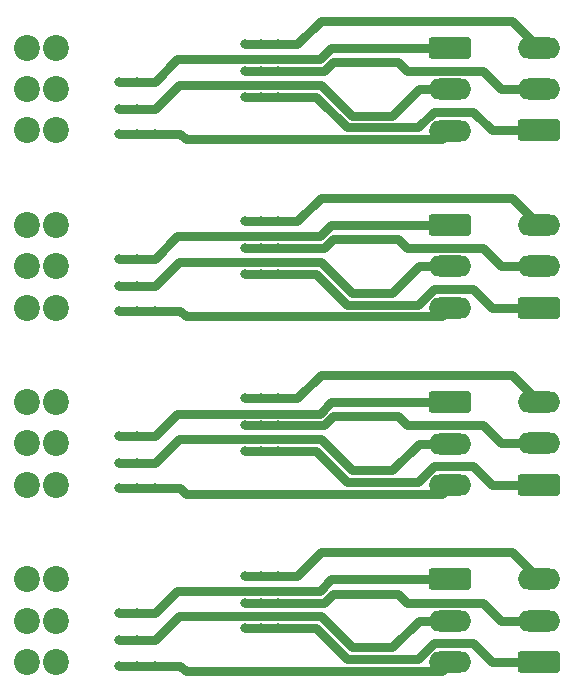
<source format=gbr>
%TF.GenerationSoftware,KiCad,Pcbnew,8.0.2*%
%TF.CreationDate,2025-01-20T22:03:02+01:00*%
%TF.ProjectId,Mk2-relayExtension,4d6b322d-7265-46c6-9179-457874656e73,rev?*%
%TF.SameCoordinates,Original*%
%TF.FileFunction,Copper,L2,Bot*%
%TF.FilePolarity,Positive*%
%FSLAX46Y46*%
G04 Gerber Fmt 4.6, Leading zero omitted, Abs format (unit mm)*
G04 Created by KiCad (PCBNEW 8.0.2) date 2025-01-20 22:03:02*
%MOMM*%
%LPD*%
G01*
G04 APERTURE LIST*
G04 Aperture macros list*
%AMRoundRect*
0 Rectangle with rounded corners*
0 $1 Rounding radius*
0 $2 $3 $4 $5 $6 $7 $8 $9 X,Y pos of 4 corners*
0 Add a 4 corners polygon primitive as box body*
4,1,4,$2,$3,$4,$5,$6,$7,$8,$9,$2,$3,0*
0 Add four circle primitives for the rounded corners*
1,1,$1+$1,$2,$3*
1,1,$1+$1,$4,$5*
1,1,$1+$1,$6,$7*
1,1,$1+$1,$8,$9*
0 Add four rect primitives between the rounded corners*
20,1,$1+$1,$2,$3,$4,$5,0*
20,1,$1+$1,$4,$5,$6,$7,0*
20,1,$1+$1,$6,$7,$8,$9,0*
20,1,$1+$1,$8,$9,$2,$3,0*%
G04 Aperture macros list end*
%TA.AperFunction,ComponentPad*%
%ADD10RoundRect,0.250000X-1.550000X0.650000X-1.550000X-0.650000X1.550000X-0.650000X1.550000X0.650000X0*%
%TD*%
%TA.AperFunction,ComponentPad*%
%ADD11O,3.600000X1.800000*%
%TD*%
%TA.AperFunction,ComponentPad*%
%ADD12RoundRect,0.250000X1.550000X-0.650000X1.550000X0.650000X-1.550000X0.650000X-1.550000X-0.650000X0*%
%TD*%
%TA.AperFunction,ComponentPad*%
%ADD13C,2.200000*%
%TD*%
%TA.AperFunction,ViaPad*%
%ADD14C,0.800000*%
%TD*%
%TA.AperFunction,Conductor*%
%ADD15C,0.800000*%
%TD*%
G04 APERTURE END LIST*
D10*
%TO.P,J12,1,Pin_1*%
%TO.N,Net-(J12-Pin_1)*%
X143357500Y-90017500D03*
D11*
%TO.P,J12,2,Pin_2*%
%TO.N,Net-(J12-Pin_2)*%
X143357500Y-93517500D03*
%TO.P,J12,3,Pin_3*%
%TO.N,Net-(J12-Pin_3)*%
X143357500Y-97017500D03*
%TD*%
D12*
%TO.P,J11,1,Pin_1*%
%TO.N,Net-(J11-Pin_1)*%
X150857500Y-97000000D03*
D11*
%TO.P,J11,2,Pin_2*%
%TO.N,Net-(J11-Pin_2)*%
X150857500Y-93500000D03*
%TO.P,J11,3,Pin_3*%
%TO.N,Net-(J11-Pin_3)*%
X150857500Y-90000000D03*
%TD*%
D13*
%TO.P,J10,1,Pin_1*%
%TO.N,/relay4/Coil2*%
X110000000Y-97000000D03*
X107500000Y-97000000D03*
%TO.P,J10,2,Pin_2*%
%TO.N,+12V*%
X110000000Y-93500000D03*
X107500000Y-93500000D03*
%TO.P,J10,3,Pin_3*%
%TO.N,/relay4/Coil1*%
X110000000Y-90000000D03*
X107500000Y-90000000D03*
%TD*%
D10*
%TO.P,J9,1,Pin_1*%
%TO.N,Net-(J9-Pin_1)*%
X143357500Y-75017500D03*
D11*
%TO.P,J9,2,Pin_2*%
%TO.N,Net-(J9-Pin_2)*%
X143357500Y-78517500D03*
%TO.P,J9,3,Pin_3*%
%TO.N,Net-(J9-Pin_3)*%
X143357500Y-82017500D03*
%TD*%
D12*
%TO.P,J8,1,Pin_1*%
%TO.N,Net-(J8-Pin_1)*%
X150857500Y-82000000D03*
D11*
%TO.P,J8,2,Pin_2*%
%TO.N,Net-(J8-Pin_2)*%
X150857500Y-78500000D03*
%TO.P,J8,3,Pin_3*%
%TO.N,Net-(J8-Pin_3)*%
X150857500Y-75000000D03*
%TD*%
D13*
%TO.P,J7,1,Pin_1*%
%TO.N,/relay3/Coil2*%
X110000000Y-82000000D03*
X107500000Y-82000000D03*
%TO.P,J7,2,Pin_2*%
%TO.N,+12V*%
X110000000Y-78500000D03*
X107500000Y-78500000D03*
%TO.P,J7,3,Pin_3*%
%TO.N,/relay3/Coil1*%
X110000000Y-75000000D03*
X107500000Y-75000000D03*
%TD*%
D10*
%TO.P,J6,1,Pin_1*%
%TO.N,Net-(J6-Pin_1)*%
X143357500Y-45017500D03*
D11*
%TO.P,J6,2,Pin_2*%
%TO.N,Net-(J6-Pin_2)*%
X143357500Y-48517500D03*
%TO.P,J6,3,Pin_3*%
%TO.N,Net-(J6-Pin_3)*%
X143357500Y-52017500D03*
%TD*%
D12*
%TO.P,J3,1,Pin_1*%
%TO.N,Net-(J3-Pin_1)*%
X150857500Y-52000000D03*
D11*
%TO.P,J3,2,Pin_2*%
%TO.N,Net-(J3-Pin_2)*%
X150857500Y-48500000D03*
%TO.P,J3,3,Pin_3*%
%TO.N,Net-(J3-Pin_3)*%
X150857500Y-45000000D03*
%TD*%
D13*
%TO.P,J2,1,Pin_1*%
%TO.N,/relay2/Coil2*%
X110000000Y-52000000D03*
X107500000Y-52000000D03*
%TO.P,J2,2,Pin_2*%
%TO.N,+12V*%
X110000000Y-48500000D03*
X107500000Y-48500000D03*
%TO.P,J2,3,Pin_3*%
%TO.N,/relay2/Coil1*%
X110000000Y-45000000D03*
X107500000Y-45000000D03*
%TD*%
D12*
%TO.P,J4,1,Pin_1*%
%TO.N,Net-(J4-Pin_1)*%
X150857500Y-67000000D03*
D11*
%TO.P,J4,2,Pin_2*%
%TO.N,Net-(J4-Pin_2)*%
X150857500Y-63500000D03*
%TO.P,J4,3,Pin_3*%
%TO.N,Net-(J4-Pin_3)*%
X150857500Y-60000000D03*
%TD*%
D13*
%TO.P,J1,1,Pin_1*%
%TO.N,/relay1/Coil2*%
X110000000Y-67000000D03*
X107500000Y-67000000D03*
%TO.P,J1,2,Pin_2*%
%TO.N,+12V*%
X110000000Y-63500000D03*
X107500000Y-63500000D03*
%TO.P,J1,3,Pin_3*%
%TO.N,/relay1/Coil1*%
X110000000Y-60000000D03*
X107500000Y-60000000D03*
%TD*%
D10*
%TO.P,J5,1,Pin_1*%
%TO.N,Net-(J5-Pin_1)*%
X143357500Y-60017500D03*
D11*
%TO.P,J5,2,Pin_2*%
%TO.N,Net-(J5-Pin_2)*%
X143357500Y-63517500D03*
%TO.P,J5,3,Pin_3*%
%TO.N,Net-(J5-Pin_3)*%
X143357500Y-67017500D03*
%TD*%
D14*
%TO.N,Net-(J12-Pin_3)*%
X118364000Y-97310000D03*
X116840000Y-97310000D03*
X115316000Y-97310000D03*
%TO.N,Net-(J12-Pin_1)*%
X115316000Y-92865000D03*
X118364000Y-92865000D03*
X116840000Y-92865000D03*
%TO.N,Net-(J12-Pin_2)*%
X115316000Y-95151000D03*
X118364000Y-95151000D03*
X116840000Y-95151000D03*
%TO.N,Net-(J11-Pin_3)*%
X127381000Y-89690000D03*
X125984000Y-89690000D03*
X128778000Y-89690000D03*
%TO.N,Net-(J11-Pin_1)*%
X128778000Y-94135000D03*
X127381000Y-94135000D03*
X125984000Y-94135000D03*
%TO.N,Net-(J11-Pin_2)*%
X128778000Y-91976000D03*
X125984000Y-91976000D03*
X127381000Y-91976000D03*
%TO.N,Net-(J9-Pin_3)*%
X118364000Y-82310000D03*
X116840000Y-82310000D03*
X115316000Y-82310000D03*
%TO.N,Net-(J9-Pin_1)*%
X115316000Y-77865000D03*
X118364000Y-77865000D03*
X116840000Y-77865000D03*
%TO.N,Net-(J9-Pin_2)*%
X115316000Y-80151000D03*
X118364000Y-80151000D03*
X116840000Y-80151000D03*
%TO.N,Net-(J8-Pin_3)*%
X127381000Y-74690000D03*
X125984000Y-74690000D03*
X128778000Y-74690000D03*
%TO.N,Net-(J8-Pin_1)*%
X128778000Y-79135000D03*
X127381000Y-79135000D03*
X125984000Y-79135000D03*
%TO.N,Net-(J8-Pin_2)*%
X128778000Y-76976000D03*
X125984000Y-76976000D03*
X127381000Y-76976000D03*
%TO.N,Net-(J6-Pin_3)*%
X118364000Y-52310000D03*
X116840000Y-52310000D03*
X115316000Y-52310000D03*
%TO.N,Net-(J6-Pin_1)*%
X115316000Y-47865000D03*
X118364000Y-47865000D03*
X116840000Y-47865000D03*
%TO.N,Net-(J6-Pin_2)*%
X115316000Y-50151000D03*
X118364000Y-50151000D03*
X116840000Y-50151000D03*
%TO.N,Net-(J3-Pin_3)*%
X127381000Y-44690000D03*
X125984000Y-44690000D03*
X128778000Y-44690000D03*
%TO.N,Net-(J3-Pin_1)*%
X128778000Y-49135000D03*
X127381000Y-49135000D03*
X125984000Y-49135000D03*
%TO.N,Net-(J3-Pin_2)*%
X128778000Y-46976000D03*
X125984000Y-46976000D03*
X127381000Y-46976000D03*
%TO.N,Net-(J4-Pin_2)*%
X127381000Y-61976000D03*
X125984000Y-61976000D03*
X128778000Y-61976000D03*
%TO.N,Net-(J4-Pin_1)*%
X125984000Y-64135000D03*
X127381000Y-64135000D03*
X128778000Y-64135000D03*
%TO.N,Net-(J4-Pin_3)*%
X128778000Y-59690000D03*
X125984000Y-59690000D03*
X127381000Y-59690000D03*
%TO.N,Net-(J5-Pin_2)*%
X116840000Y-65151000D03*
X118364000Y-65151000D03*
X115316000Y-65151000D03*
%TO.N,Net-(J5-Pin_1)*%
X116840000Y-62865000D03*
X118364000Y-62865000D03*
X115316000Y-62865000D03*
%TO.N,Net-(J5-Pin_3)*%
X115316000Y-67310000D03*
X116840000Y-67310000D03*
X118364000Y-67310000D03*
%TD*%
D15*
%TO.N,Net-(J12-Pin_3)*%
X120963000Y-97750000D02*
X142625000Y-97750000D01*
X115316000Y-97310000D02*
X120523000Y-97310000D01*
X142625000Y-97750000D02*
X143357500Y-97017500D01*
X120523000Y-97310000D02*
X120963000Y-97750000D01*
%TO.N,Net-(J12-Pin_1)*%
X115316000Y-92865000D02*
X118364000Y-92865000D01*
X133259286Y-90017500D02*
X143357500Y-90017500D01*
X132300786Y-90976000D02*
X133259286Y-90017500D01*
X120253000Y-90976000D02*
X132300786Y-90976000D01*
X118364000Y-92865000D02*
X120253000Y-90976000D01*
%TO.N,Net-(J12-Pin_2)*%
X120380000Y-93135000D02*
X132453019Y-93135000D01*
X115316000Y-95151000D02*
X118364000Y-95151000D01*
X135068019Y-95750000D02*
X138466000Y-95750000D01*
X140698500Y-93517500D02*
X143357500Y-93517500D01*
X118364000Y-95151000D02*
X120380000Y-93135000D01*
X138466000Y-95750000D02*
X140698500Y-93517500D01*
X132453019Y-93135000D02*
X135068019Y-95750000D01*
%TO.N,Net-(J11-Pin_3)*%
X130429000Y-89690000D02*
X132419000Y-87700000D01*
X148557500Y-87700000D02*
X150857500Y-90000000D01*
X125984000Y-89690000D02*
X130429000Y-89690000D01*
X132419000Y-87700000D02*
X148557500Y-87700000D01*
%TO.N,Net-(J11-Pin_1)*%
X125984000Y-94135000D02*
X128778000Y-94135000D01*
X146883000Y-97000000D02*
X150857500Y-97000000D01*
X134653805Y-96750000D02*
X140603680Y-96750000D01*
X141948680Y-95405000D02*
X145288000Y-95405000D01*
X140603680Y-96750000D02*
X141948680Y-95405000D01*
X145288000Y-95405000D02*
X146883000Y-97000000D01*
X132038805Y-94135000D02*
X134653805Y-96750000D01*
X128778000Y-94135000D02*
X132038805Y-94135000D01*
%TO.N,Net-(J11-Pin_2)*%
X132715000Y-91976000D02*
X133477000Y-91214000D01*
X128778000Y-91976000D02*
X132715000Y-91976000D01*
X138938000Y-91214000D02*
X139700000Y-91976000D01*
X133477000Y-91214000D02*
X138938000Y-91214000D01*
X139700000Y-91976000D02*
X146177000Y-91976000D01*
X147701000Y-93500000D02*
X150857500Y-93500000D01*
X146177000Y-91976000D02*
X147701000Y-93500000D01*
X125984000Y-91976000D02*
X128778000Y-91976000D01*
%TO.N,Net-(J9-Pin_3)*%
X120963000Y-82750000D02*
X142625000Y-82750000D01*
X115316000Y-82310000D02*
X120523000Y-82310000D01*
X142625000Y-82750000D02*
X143357500Y-82017500D01*
X120523000Y-82310000D02*
X120963000Y-82750000D01*
%TO.N,Net-(J9-Pin_1)*%
X115316000Y-77865000D02*
X118364000Y-77865000D01*
X133259286Y-75017500D02*
X143357500Y-75017500D01*
X132300786Y-75976000D02*
X133259286Y-75017500D01*
X120253000Y-75976000D02*
X132300786Y-75976000D01*
X118364000Y-77865000D02*
X120253000Y-75976000D01*
%TO.N,Net-(J9-Pin_2)*%
X120380000Y-78135000D02*
X132453019Y-78135000D01*
X115316000Y-80151000D02*
X118364000Y-80151000D01*
X135068019Y-80750000D02*
X138466000Y-80750000D01*
X140698500Y-78517500D02*
X143357500Y-78517500D01*
X118364000Y-80151000D02*
X120380000Y-78135000D01*
X138466000Y-80750000D02*
X140698500Y-78517500D01*
X132453019Y-78135000D02*
X135068019Y-80750000D01*
%TO.N,Net-(J8-Pin_3)*%
X130429000Y-74690000D02*
X132419000Y-72700000D01*
X148557500Y-72700000D02*
X150857500Y-75000000D01*
X125984000Y-74690000D02*
X130429000Y-74690000D01*
X132419000Y-72700000D02*
X148557500Y-72700000D01*
%TO.N,Net-(J8-Pin_1)*%
X125984000Y-79135000D02*
X128778000Y-79135000D01*
X146883000Y-82000000D02*
X150857500Y-82000000D01*
X134653805Y-81750000D02*
X140603680Y-81750000D01*
X141948680Y-80405000D02*
X145288000Y-80405000D01*
X140603680Y-81750000D02*
X141948680Y-80405000D01*
X145288000Y-80405000D02*
X146883000Y-82000000D01*
X132038805Y-79135000D02*
X134653805Y-81750000D01*
X128778000Y-79135000D02*
X132038805Y-79135000D01*
%TO.N,Net-(J8-Pin_2)*%
X132715000Y-76976000D02*
X133477000Y-76214000D01*
X128778000Y-76976000D02*
X132715000Y-76976000D01*
X138938000Y-76214000D02*
X139700000Y-76976000D01*
X133477000Y-76214000D02*
X138938000Y-76214000D01*
X139700000Y-76976000D02*
X146177000Y-76976000D01*
X147701000Y-78500000D02*
X150857500Y-78500000D01*
X146177000Y-76976000D02*
X147701000Y-78500000D01*
X125984000Y-76976000D02*
X128778000Y-76976000D01*
%TO.N,Net-(J6-Pin_3)*%
X120963000Y-52750000D02*
X142625000Y-52750000D01*
X115316000Y-52310000D02*
X120523000Y-52310000D01*
X142625000Y-52750000D02*
X143357500Y-52017500D01*
X120523000Y-52310000D02*
X120963000Y-52750000D01*
%TO.N,Net-(J6-Pin_1)*%
X115316000Y-47865000D02*
X118364000Y-47865000D01*
X133259286Y-45017500D02*
X143357500Y-45017500D01*
X132300786Y-45976000D02*
X133259286Y-45017500D01*
X120253000Y-45976000D02*
X132300786Y-45976000D01*
X118364000Y-47865000D02*
X120253000Y-45976000D01*
%TO.N,Net-(J6-Pin_2)*%
X120380000Y-48135000D02*
X132453019Y-48135000D01*
X115316000Y-50151000D02*
X118364000Y-50151000D01*
X135068019Y-50750000D02*
X138466000Y-50750000D01*
X140698500Y-48517500D02*
X143357500Y-48517500D01*
X118364000Y-50151000D02*
X120380000Y-48135000D01*
X138466000Y-50750000D02*
X140698500Y-48517500D01*
X132453019Y-48135000D02*
X135068019Y-50750000D01*
%TO.N,Net-(J3-Pin_3)*%
X130429000Y-44690000D02*
X132419000Y-42700000D01*
X148557500Y-42700000D02*
X150857500Y-45000000D01*
X125984000Y-44690000D02*
X130429000Y-44690000D01*
X132419000Y-42700000D02*
X148557500Y-42700000D01*
%TO.N,Net-(J3-Pin_1)*%
X125984000Y-49135000D02*
X128778000Y-49135000D01*
X146883000Y-52000000D02*
X150857500Y-52000000D01*
X134653805Y-51750000D02*
X140603680Y-51750000D01*
X141948680Y-50405000D02*
X145288000Y-50405000D01*
X140603680Y-51750000D02*
X141948680Y-50405000D01*
X145288000Y-50405000D02*
X146883000Y-52000000D01*
X132038805Y-49135000D02*
X134653805Y-51750000D01*
X128778000Y-49135000D02*
X132038805Y-49135000D01*
%TO.N,Net-(J3-Pin_2)*%
X132715000Y-46976000D02*
X133477000Y-46214000D01*
X128778000Y-46976000D02*
X132715000Y-46976000D01*
X138938000Y-46214000D02*
X139700000Y-46976000D01*
X133477000Y-46214000D02*
X138938000Y-46214000D01*
X139700000Y-46976000D02*
X146177000Y-46976000D01*
X147701000Y-48500000D02*
X150857500Y-48500000D01*
X146177000Y-46976000D02*
X147701000Y-48500000D01*
X125984000Y-46976000D02*
X128778000Y-46976000D01*
%TO.N,Net-(J4-Pin_2)*%
X125984000Y-61976000D02*
X128778000Y-61976000D01*
X146177000Y-61976000D02*
X147701000Y-63500000D01*
X147701000Y-63500000D02*
X150857500Y-63500000D01*
X139700000Y-61976000D02*
X146177000Y-61976000D01*
X133477000Y-61214000D02*
X138938000Y-61214000D01*
X138938000Y-61214000D02*
X139700000Y-61976000D01*
X128778000Y-61976000D02*
X132715000Y-61976000D01*
X132715000Y-61976000D02*
X133477000Y-61214000D01*
%TO.N,Net-(J4-Pin_1)*%
X128778000Y-64135000D02*
X132038805Y-64135000D01*
X132038805Y-64135000D02*
X134653805Y-66750000D01*
X145288000Y-65405000D02*
X146883000Y-67000000D01*
X140603680Y-66750000D02*
X141948680Y-65405000D01*
X141948680Y-65405000D02*
X145288000Y-65405000D01*
X134653805Y-66750000D02*
X140603680Y-66750000D01*
X146883000Y-67000000D02*
X150857500Y-67000000D01*
X125984000Y-64135000D02*
X128778000Y-64135000D01*
%TO.N,Net-(J4-Pin_3)*%
X132419000Y-57700000D02*
X148557500Y-57700000D01*
X125984000Y-59690000D02*
X130429000Y-59690000D01*
X148557500Y-57700000D02*
X150857500Y-60000000D01*
X130429000Y-59690000D02*
X132419000Y-57700000D01*
%TO.N,Net-(J5-Pin_2)*%
X132453019Y-63135000D02*
X135068019Y-65750000D01*
X138466000Y-65750000D02*
X140698500Y-63517500D01*
X118364000Y-65151000D02*
X120380000Y-63135000D01*
X140698500Y-63517500D02*
X143357500Y-63517500D01*
X135068019Y-65750000D02*
X138466000Y-65750000D01*
X115316000Y-65151000D02*
X118364000Y-65151000D01*
X120380000Y-63135000D02*
X132453019Y-63135000D01*
%TO.N,Net-(J5-Pin_1)*%
X118364000Y-62865000D02*
X120253000Y-60976000D01*
X120253000Y-60976000D02*
X132300786Y-60976000D01*
X132300786Y-60976000D02*
X133259286Y-60017500D01*
X133259286Y-60017500D02*
X143357500Y-60017500D01*
X115316000Y-62865000D02*
X118364000Y-62865000D01*
%TO.N,Net-(J5-Pin_3)*%
X120523000Y-67310000D02*
X120963000Y-67750000D01*
X142625000Y-67750000D02*
X143357500Y-67017500D01*
X115316000Y-67310000D02*
X120523000Y-67310000D01*
X120963000Y-67750000D02*
X142625000Y-67750000D01*
%TD*%
M02*

</source>
